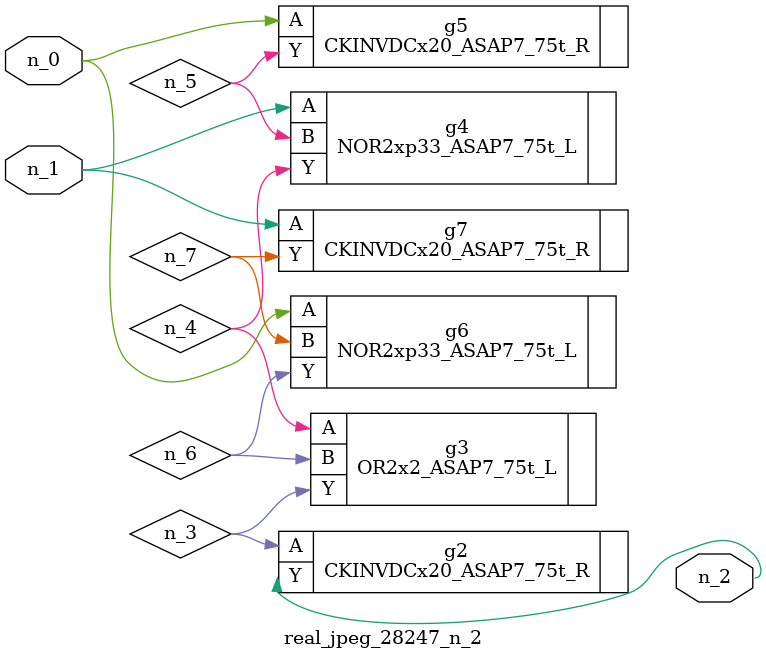
<source format=v>
module real_jpeg_28247_n_2 (n_1, n_0, n_2);

input n_1;
input n_0;

output n_2;

wire n_5;
wire n_4;
wire n_6;
wire n_7;
wire n_3;

CKINVDCx20_ASAP7_75t_R g5 ( 
.A(n_0),
.Y(n_5)
);

NOR2xp33_ASAP7_75t_L g6 ( 
.A(n_0),
.B(n_7),
.Y(n_6)
);

NOR2xp33_ASAP7_75t_L g4 ( 
.A(n_1),
.B(n_5),
.Y(n_4)
);

CKINVDCx20_ASAP7_75t_R g7 ( 
.A(n_1),
.Y(n_7)
);

CKINVDCx20_ASAP7_75t_R g2 ( 
.A(n_3),
.Y(n_2)
);

OR2x2_ASAP7_75t_L g3 ( 
.A(n_4),
.B(n_6),
.Y(n_3)
);


endmodule
</source>
